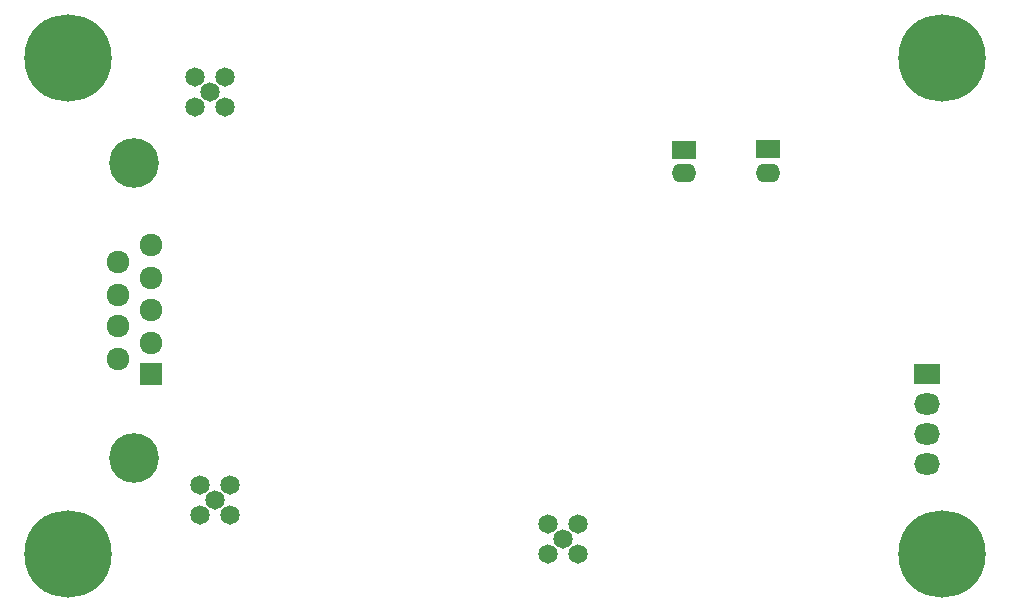
<source format=gbs>
G04 #@! TF.GenerationSoftware,KiCad,Pcbnew,(5.1.5-0)*
G04 #@! TF.CreationDate,2021-08-24T11:58:41-06:00*
G04 #@! TF.ProjectId,2ch-ads,3263682d-6164-4732-9e6b-696361645f70,rev?*
G04 #@! TF.SameCoordinates,Original*
G04 #@! TF.FileFunction,Soldermask,Bot*
G04 #@! TF.FilePolarity,Negative*
%FSLAX46Y46*%
G04 Gerber Fmt 4.6, Leading zero omitted, Abs format (unit mm)*
G04 Created by KiCad (PCBNEW (5.1.5-0)) date 2021-08-24 11:58:41*
%MOMM*%
%LPD*%
G04 APERTURE LIST*
%ADD10C,1.640000*%
%ADD11R,2.200000X1.800000*%
%ADD12O,2.200000X1.800000*%
%ADD13O,2.100000X1.600000*%
%ADD14R,2.100000X1.600000*%
%ADD15C,4.210000*%
%ADD16R,1.920000X1.920000*%
%ADD17C,1.920000*%
%ADD18C,7.400000*%
G04 APERTURE END LIST*
D10*
X137680000Y-121020000D03*
X140220000Y-118480000D03*
X140220000Y-121020000D03*
X137680000Y-118480000D03*
X138950000Y-119750000D03*
X107810000Y-83150000D03*
X110350000Y-80610000D03*
X110350000Y-83150000D03*
X107810000Y-80610000D03*
X109080000Y-81880000D03*
X108180000Y-117720000D03*
X110720000Y-115180000D03*
X110720000Y-117720000D03*
X108180000Y-115180000D03*
X109450000Y-116450000D03*
D11*
X169750000Y-105750000D03*
D12*
X169750000Y-108290000D03*
X169750000Y-110830000D03*
X169750000Y-113370000D03*
D13*
X156250000Y-88750000D03*
D14*
X156250000Y-86750000D03*
D13*
X149150000Y-88800000D03*
D14*
X149150000Y-86800000D03*
D15*
X102613000Y-87881000D03*
X102613000Y-112901000D03*
D16*
X104013000Y-105791000D03*
D17*
X104013000Y-103121000D03*
X104013000Y-100331000D03*
X104013000Y-97661000D03*
X104013000Y-94871000D03*
X101223000Y-104521000D03*
X101223000Y-101731000D03*
X101223000Y-99061000D03*
X101223000Y-96261000D03*
D18*
X97000000Y-79000000D03*
X171000000Y-79000000D03*
X97000000Y-121000000D03*
X171000000Y-121000000D03*
M02*

</source>
